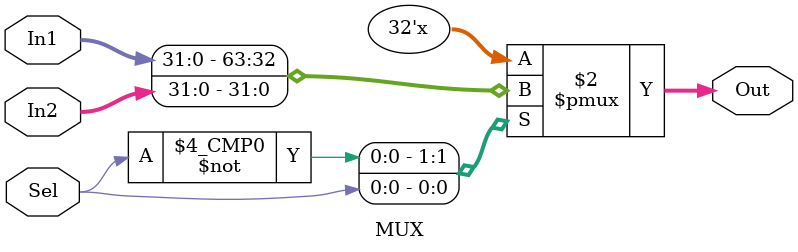
<source format=v>
module MUX #(
    parameter DataWidth=32,Selectionline_size='d1

) (
    input wire [Selectionline_size-1:0] Sel,
    input wire [DataWidth-1:0] In1,
    input wire [DataWidth-1:0] In2,
    output reg [DataWidth-1:0] Out
);

  always @(*) begin
    case (Sel)
        'b0: Out=In1;
        'b1: Out=In2;
    endcase
  end  
endmodule
</source>
